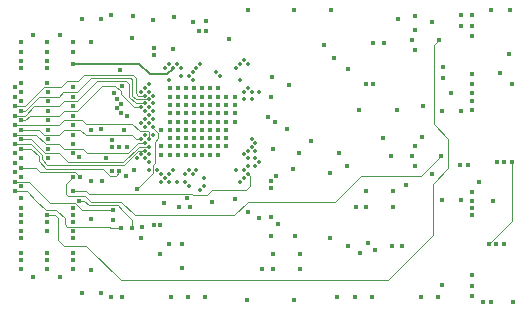
<source format=gbr>
G04 (created by PCBNEW (2013-07-07 BZR 4022)-stable) date 19/11/2015 00:50:24*
%MOIN*%
G04 Gerber Fmt 3.4, Leading zero omitted, Abs format*
%FSLAX34Y34*%
G01*
G70*
G90*
G04 APERTURE LIST*
%ADD10C,0.00590551*%
%ADD11C,0.015748*%
%ADD12C,0.0137795*%
%ADD13C,0.00393701*%
%ADD14C,0.00787402*%
G04 APERTURE END LIST*
G54D10*
G54D11*
X69625Y-48818D03*
X68582Y-48681D03*
X67874Y-48779D03*
X69212Y-48858D03*
X71830Y-50669D03*
X71929Y-52165D03*
X71023Y-55196D03*
X71712Y-52027D03*
X72529Y-53759D03*
X68110Y-55629D03*
X67893Y-55629D03*
X70413Y-49409D03*
X74074Y-53208D03*
X63464Y-55511D03*
X64330Y-55511D03*
X65196Y-55511D03*
X68405Y-56240D03*
X73759Y-53897D03*
X71791Y-55984D03*
X73759Y-56062D03*
X68838Y-56240D03*
X69625Y-49153D03*
X71417Y-55374D03*
X67913Y-49724D03*
X72401Y-50964D03*
X73129Y-52814D03*
X75826Y-56299D03*
X78503Y-50570D03*
X78366Y-53602D03*
X77165Y-53917D03*
X76870Y-51653D03*
X77165Y-48838D03*
X65196Y-55826D03*
X64330Y-55826D03*
X63464Y-55826D03*
G54D12*
X70890Y-53264D03*
X69580Y-54313D03*
X70629Y-53789D03*
X68662Y-50249D03*
X67745Y-52216D03*
G54D11*
X63267Y-53858D03*
X63464Y-51496D03*
G54D12*
X67614Y-51036D03*
G54D11*
X63267Y-51338D03*
G54D12*
X67745Y-51167D03*
G54D11*
X63267Y-51023D03*
G54D12*
X67744Y-51691D03*
G54D11*
X63464Y-52125D03*
G54D12*
X67481Y-51691D03*
G54D11*
X65196Y-51023D03*
X66850Y-50984D03*
G54D12*
X67614Y-51298D03*
G54D11*
X63267Y-51653D03*
X63464Y-51811D03*
G54D12*
X67745Y-51429D03*
G54D11*
X63464Y-51181D03*
G54D12*
X67876Y-51560D03*
G54D11*
X66574Y-51200D03*
X64370Y-51181D03*
X65196Y-51338D03*
X66653Y-51417D03*
G54D12*
X67614Y-51560D03*
G54D11*
X63267Y-51968D03*
X66811Y-51574D03*
X64370Y-51496D03*
X63267Y-53228D03*
G54D12*
X67745Y-53527D03*
G54D11*
X64370Y-53385D03*
G54D12*
X67614Y-53396D03*
G54D11*
X63267Y-52283D03*
G54D12*
X67745Y-52740D03*
G54D11*
X63464Y-52440D03*
G54D12*
X67483Y-52740D03*
X67744Y-53264D03*
G54D11*
X63464Y-53385D03*
G54D12*
X67481Y-53264D03*
G54D11*
X65196Y-53228D03*
X63267Y-52913D03*
G54D12*
X67614Y-53133D03*
G54D11*
X63464Y-53070D03*
X66751Y-53799D03*
X63464Y-52755D03*
G54D12*
X67745Y-53002D03*
G54D11*
X66988Y-53031D03*
X64370Y-53070D03*
X63267Y-52598D03*
G54D12*
X67614Y-52871D03*
G54D11*
X65196Y-52913D03*
X66751Y-53031D03*
X66988Y-51988D03*
X65196Y-51968D03*
X66515Y-52795D03*
X65196Y-52598D03*
X66811Y-51889D03*
X64370Y-51811D03*
X64370Y-52440D03*
G54D12*
X67876Y-52609D03*
G54D11*
X63464Y-54330D03*
X67500Y-55688D03*
X65393Y-54803D03*
X67165Y-55728D03*
X66811Y-55728D03*
X63267Y-54488D03*
X63267Y-54173D03*
X66535Y-55118D03*
X75039Y-56220D03*
X75255Y-56437D03*
X76181Y-56299D03*
X74763Y-56555D03*
X78503Y-51771D03*
X78503Y-51220D03*
X78503Y-51496D03*
X78503Y-50925D03*
X78720Y-54192D03*
X78090Y-53602D03*
X78503Y-54527D03*
X76003Y-51791D03*
X73562Y-49625D03*
X73917Y-50059D03*
X74370Y-50413D03*
X75570Y-49547D03*
X75216Y-49547D03*
X76023Y-48759D03*
X71515Y-57086D03*
X71870Y-57086D03*
X72775Y-57086D03*
X71870Y-56594D03*
X72775Y-56594D03*
X74960Y-54488D03*
X75885Y-54488D03*
X75885Y-55000D03*
X74960Y-55000D03*
X74625Y-55000D03*
X64783Y-57342D03*
X64330Y-50866D03*
X63877Y-57342D03*
X63464Y-56062D03*
X65196Y-55275D03*
X65196Y-56535D03*
X64330Y-56535D03*
X63464Y-56535D03*
X63464Y-57086D03*
X63464Y-56771D03*
X64330Y-57086D03*
X64330Y-56771D03*
X65196Y-56771D03*
X65196Y-57086D03*
X65196Y-56062D03*
X65196Y-55039D03*
X63464Y-55275D03*
X63464Y-55039D03*
X63464Y-54724D03*
X63464Y-50866D03*
X64330Y-50393D03*
X63464Y-50393D03*
X64783Y-49271D03*
X63877Y-49271D03*
X64330Y-50157D03*
X63464Y-50157D03*
X65196Y-49842D03*
X63464Y-49842D03*
X64330Y-49842D03*
X63464Y-49527D03*
X64330Y-49527D03*
X65196Y-49527D03*
X67460Y-56062D03*
X66141Y-52421D03*
X71791Y-55334D03*
X66122Y-57874D03*
X65492Y-57874D03*
X66830Y-58011D03*
X66456Y-58011D03*
X69606Y-58011D03*
X68464Y-58011D03*
X69035Y-58011D03*
X72578Y-58129D03*
X71003Y-58129D03*
X75157Y-58011D03*
X74015Y-58011D03*
X74586Y-58011D03*
X77500Y-57598D03*
X76791Y-58011D03*
X77362Y-58011D03*
X77500Y-54783D03*
X78129Y-54783D03*
X77814Y-51200D03*
X78129Y-51830D03*
X77500Y-51830D03*
X78129Y-48976D03*
X78129Y-48622D03*
X73818Y-48464D03*
X72578Y-48464D03*
X71043Y-48464D03*
X66456Y-48602D03*
X65492Y-48740D03*
X66122Y-48740D03*
X78503Y-49330D03*
X78503Y-48622D03*
X79133Y-48444D03*
X79763Y-48444D03*
X78503Y-48976D03*
X79330Y-53503D03*
X79842Y-50905D03*
X79448Y-50551D03*
X79192Y-54803D03*
X78503Y-54803D03*
X78503Y-55295D03*
X78503Y-55039D03*
X79566Y-56259D03*
X78503Y-57283D03*
X78503Y-57992D03*
X79881Y-58188D03*
X78858Y-58188D03*
X79133Y-58188D03*
X78503Y-57637D03*
X68838Y-57047D03*
X72598Y-55984D03*
X77539Y-50708D03*
X76850Y-52696D03*
X76318Y-54291D03*
X75807Y-53307D03*
X76614Y-52972D03*
X76614Y-53641D03*
X76515Y-53307D03*
X77539Y-50354D03*
X76614Y-49783D03*
X76614Y-48641D03*
X76515Y-49448D03*
X76614Y-49114D03*
X66535Y-55433D03*
X65807Y-49507D03*
X65807Y-57106D03*
X65807Y-55413D03*
X65807Y-54153D03*
X65807Y-52460D03*
X66515Y-53799D03*
X66181Y-54153D03*
X74350Y-53641D03*
X74360Y-56328D03*
X75531Y-52716D03*
X74980Y-50925D03*
X74724Y-51791D03*
X75216Y-50925D03*
X67185Y-49389D03*
X69389Y-49153D03*
X68523Y-49744D03*
X67204Y-48661D03*
G54D12*
X69974Y-50511D03*
G54D11*
X69763Y-51062D03*
X69763Y-51338D03*
X69488Y-51338D03*
X70039Y-51062D03*
X70314Y-51614D03*
X70314Y-52165D03*
X70039Y-52716D03*
X70314Y-52992D03*
X70039Y-52992D03*
X69763Y-52992D03*
X69232Y-52992D03*
X68700Y-52992D03*
X68149Y-52992D03*
X68700Y-52165D03*
X68425Y-51062D03*
X68700Y-51614D03*
X68700Y-51338D03*
X68700Y-51062D03*
X69232Y-51062D03*
X68956Y-51062D03*
X69488Y-51062D03*
X68956Y-51338D03*
X69232Y-51338D03*
X68425Y-51338D03*
X70039Y-51338D03*
X70314Y-51338D03*
X70590Y-51338D03*
X70590Y-51614D03*
X70039Y-51614D03*
X69763Y-51614D03*
X68425Y-51614D03*
X69232Y-51614D03*
X68956Y-51614D03*
X69488Y-51614D03*
X69488Y-52165D03*
X68956Y-52165D03*
X69232Y-52165D03*
X68425Y-52165D03*
X69763Y-52165D03*
X70039Y-52165D03*
X70590Y-52165D03*
X70590Y-51889D03*
X70314Y-51889D03*
X70039Y-51889D03*
X69763Y-51889D03*
X68425Y-51889D03*
X68700Y-51889D03*
X69232Y-51889D03*
X68956Y-51889D03*
X69488Y-51889D03*
X69488Y-52992D03*
X68956Y-52992D03*
X68425Y-52992D03*
X70039Y-53267D03*
X69763Y-53267D03*
X68149Y-53267D03*
X68425Y-53267D03*
X68700Y-53267D03*
X69232Y-53267D03*
X68956Y-53267D03*
X69488Y-53267D03*
X69488Y-52716D03*
X68956Y-52716D03*
X69232Y-52716D03*
X68700Y-52716D03*
X68425Y-52716D03*
X69763Y-52716D03*
X70314Y-52716D03*
X70314Y-52440D03*
X70039Y-52440D03*
X69763Y-52440D03*
X68149Y-52440D03*
X68425Y-52440D03*
X68700Y-52440D03*
X69232Y-52440D03*
X68956Y-52440D03*
X69488Y-52440D03*
X72322Y-52401D03*
X71811Y-51338D03*
G54D12*
X70760Y-54182D03*
G54D11*
X71791Y-54133D03*
G54D12*
X70891Y-53789D03*
G54D11*
X68228Y-54881D03*
G54D12*
X68662Y-54182D03*
X69056Y-54313D03*
G54D11*
X71968Y-53976D03*
X69015Y-54724D03*
X69114Y-55000D03*
X69822Y-54842D03*
X71870Y-53070D03*
G54D12*
X71416Y-53527D03*
X71285Y-53133D03*
X71285Y-52871D03*
X70760Y-50774D03*
X70105Y-50642D03*
X69187Y-50774D03*
X69056Y-50642D03*
X68792Y-50380D03*
X68400Y-50249D03*
G54D11*
X67913Y-49940D03*
G54D12*
X68400Y-53920D03*
X67351Y-53396D03*
X67483Y-51167D03*
X67614Y-51822D03*
X67876Y-52085D03*
G54D11*
X67224Y-53779D03*
G54D12*
X67745Y-51953D03*
G54D11*
X64330Y-55275D03*
X77401Y-49448D03*
X65196Y-54015D03*
X77460Y-53307D03*
X65452Y-54015D03*
X63464Y-53700D03*
X66653Y-51712D03*
X65196Y-51653D03*
X66515Y-53031D03*
X64370Y-52755D03*
G54D12*
X71022Y-50249D03*
G54D11*
X79724Y-49921D03*
G54D12*
X70760Y-50249D03*
X70628Y-50380D03*
X70891Y-50118D03*
X69187Y-50511D03*
X71153Y-51429D03*
X69449Y-54444D03*
X69317Y-50380D03*
X69449Y-50249D03*
X68268Y-50380D03*
X68794Y-50642D03*
G54D11*
X70590Y-54744D03*
G54D12*
X68925Y-53920D03*
X69579Y-54051D03*
X68925Y-54182D03*
G54D11*
X72027Y-55590D03*
G54D12*
X71416Y-51167D03*
X70891Y-51167D03*
X68400Y-50774D03*
X70890Y-54051D03*
X69187Y-53920D03*
G54D11*
X68740Y-55000D03*
X68110Y-56574D03*
G54D12*
X69056Y-53789D03*
G54D11*
X66889Y-52460D03*
X66968Y-53996D03*
G54D12*
X67744Y-50905D03*
X67614Y-52085D03*
X71153Y-51167D03*
X70891Y-51429D03*
X71022Y-51036D03*
X71022Y-53658D03*
X68531Y-53789D03*
X68400Y-54182D03*
X67614Y-52609D03*
G54D11*
X66299Y-53366D03*
X66771Y-50433D03*
G54D12*
X67876Y-51298D03*
X67876Y-51822D03*
X71153Y-52740D03*
X71022Y-53396D03*
X71285Y-53658D03*
X71153Y-53002D03*
X71285Y-53396D03*
G54D11*
X72736Y-53208D03*
G54D12*
X71022Y-53133D03*
X68007Y-53789D03*
X67745Y-53789D03*
G54D11*
X79822Y-53503D03*
G54D12*
X68268Y-54051D03*
G54D11*
X79055Y-56259D03*
X79566Y-53503D03*
G54D12*
X68138Y-54182D03*
G54D11*
X79311Y-56259D03*
X71791Y-54389D03*
G54D12*
X69318Y-53789D03*
G54D11*
X63464Y-54015D03*
G54D12*
X68138Y-53920D03*
X68530Y-50380D03*
G54D11*
X65196Y-50236D03*
X65413Y-53346D03*
G54D12*
X67483Y-52216D03*
G54D11*
X64370Y-52125D03*
G54D12*
X67614Y-52347D03*
G54D11*
X65196Y-52283D03*
X65196Y-54488D03*
G54D12*
X71022Y-53920D03*
G54D11*
X63267Y-53543D03*
X67342Y-54409D03*
G54D12*
X67876Y-52347D03*
G54D13*
X64744Y-51968D02*
X63759Y-51968D01*
X67481Y-51691D02*
X67242Y-51691D01*
X64901Y-51811D02*
X64744Y-51968D01*
X65334Y-51811D02*
X64901Y-51811D01*
X66161Y-50984D02*
X65334Y-51811D01*
X66614Y-50984D02*
X66161Y-50984D01*
X66791Y-51161D02*
X66614Y-50984D01*
X66791Y-51240D02*
X66791Y-51161D01*
X67242Y-51691D02*
X66791Y-51240D01*
X63602Y-52125D02*
X63464Y-52125D01*
X63759Y-51968D02*
X63602Y-52125D01*
X63602Y-51653D02*
X63267Y-51653D01*
X64232Y-51023D02*
X63602Y-51653D01*
X67381Y-51298D02*
X67303Y-51220D01*
X67303Y-51220D02*
X67303Y-50728D01*
X67303Y-50728D02*
X67204Y-50629D01*
X67204Y-50629D02*
X65570Y-50629D01*
X65570Y-50629D02*
X65374Y-50826D01*
X65374Y-50826D02*
X65000Y-50826D01*
X65000Y-50826D02*
X64803Y-51023D01*
X67614Y-51298D02*
X67381Y-51298D01*
X64803Y-51023D02*
X64232Y-51023D01*
X63464Y-51811D02*
X63602Y-51811D01*
X64074Y-51338D02*
X63602Y-51811D01*
X67315Y-51429D02*
X67185Y-51299D01*
X67185Y-51299D02*
X67185Y-50787D01*
X67185Y-50787D02*
X67125Y-50728D01*
X67125Y-50728D02*
X65787Y-50728D01*
X65787Y-50728D02*
X65334Y-51181D01*
X65334Y-51181D02*
X64881Y-51181D01*
X64881Y-51181D02*
X64724Y-51338D01*
X67745Y-51429D02*
X67315Y-51429D01*
X64724Y-51338D02*
X64074Y-51338D01*
X63267Y-51968D02*
X63602Y-51968D01*
X63917Y-51653D02*
X63602Y-51968D01*
X67288Y-51560D02*
X67066Y-51338D01*
X67066Y-51338D02*
X67066Y-50925D01*
X67066Y-50925D02*
X66968Y-50826D01*
X66968Y-50826D02*
X66003Y-50826D01*
X66003Y-50826D02*
X65334Y-51496D01*
X65334Y-51496D02*
X64901Y-51496D01*
X64901Y-51496D02*
X64744Y-51653D01*
X67614Y-51560D02*
X67288Y-51560D01*
X64744Y-51653D02*
X63917Y-51653D01*
X64251Y-52283D02*
X63267Y-52283D01*
X67745Y-52740D02*
X67745Y-52528D01*
X64901Y-52125D02*
X64744Y-52283D01*
X65511Y-52125D02*
X64901Y-52125D01*
X65629Y-52244D02*
X65511Y-52125D01*
X67185Y-52244D02*
X65629Y-52244D01*
X67421Y-52480D02*
X67185Y-52244D01*
X67696Y-52480D02*
X67421Y-52480D01*
X67745Y-52528D02*
X67696Y-52480D01*
X64744Y-52283D02*
X64251Y-52283D01*
X64291Y-52598D02*
X64232Y-52598D01*
X67287Y-52740D02*
X67165Y-52618D01*
X67165Y-52618D02*
X65629Y-52618D01*
X65629Y-52618D02*
X65452Y-52440D01*
X65452Y-52440D02*
X64901Y-52440D01*
X64901Y-52440D02*
X64744Y-52598D01*
X67483Y-52740D02*
X67287Y-52740D01*
X64744Y-52598D02*
X64291Y-52598D01*
X64074Y-52440D02*
X63464Y-52440D01*
X64232Y-52598D02*
X64074Y-52440D01*
X63267Y-52913D02*
X63799Y-52913D01*
X64350Y-53622D02*
X64153Y-53425D01*
X64153Y-53425D02*
X64153Y-53267D01*
X67377Y-53133D02*
X66889Y-53622D01*
X66889Y-53622D02*
X64527Y-53622D01*
X67377Y-53133D02*
X67614Y-53133D01*
X64527Y-53622D02*
X64350Y-53622D01*
X63799Y-52913D02*
X64153Y-53267D01*
X63464Y-53070D02*
X63799Y-53070D01*
X64311Y-53740D02*
X64055Y-53484D01*
X64055Y-53484D02*
X64055Y-53326D01*
X66751Y-53799D02*
X66751Y-53858D01*
X66200Y-53740D02*
X64488Y-53740D01*
X66437Y-53976D02*
X66200Y-53740D01*
X66633Y-53976D02*
X66437Y-53976D01*
X66751Y-53858D02*
X66633Y-53976D01*
X64488Y-53740D02*
X64311Y-53740D01*
X63799Y-53070D02*
X64055Y-53326D01*
X64271Y-53228D02*
X63799Y-52755D01*
X67390Y-53002D02*
X66870Y-53523D01*
X66870Y-53523D02*
X65039Y-53523D01*
X65039Y-53523D02*
X64744Y-53228D01*
X64744Y-53228D02*
X64409Y-53228D01*
X67745Y-53002D02*
X67390Y-53002D01*
X64409Y-53228D02*
X64271Y-53228D01*
X63799Y-52755D02*
X63464Y-52755D01*
X64291Y-52913D02*
X63976Y-52598D01*
X67384Y-52871D02*
X67047Y-53208D01*
X67047Y-53208D02*
X65669Y-53208D01*
X65669Y-53208D02*
X65531Y-53070D01*
X65531Y-53070D02*
X64901Y-53070D01*
X64901Y-53070D02*
X64744Y-52913D01*
X67614Y-52871D02*
X67384Y-52871D01*
X64744Y-52913D02*
X64291Y-52913D01*
X63976Y-52598D02*
X63267Y-52598D01*
X65393Y-54803D02*
X65570Y-54803D01*
X65570Y-54803D02*
X65728Y-54960D01*
X65728Y-54960D02*
X66692Y-54960D01*
X67165Y-55728D02*
X67165Y-55433D01*
X66850Y-55118D02*
X66692Y-54960D01*
X67165Y-55433D02*
X66850Y-55118D01*
X64507Y-55118D02*
X64645Y-55118D01*
X65000Y-55669D02*
X66417Y-55669D01*
X64921Y-55590D02*
X65000Y-55669D01*
X64921Y-55393D02*
X64921Y-55590D01*
X64645Y-55118D02*
X64921Y-55393D01*
X66417Y-55669D02*
X66476Y-55728D01*
X63267Y-54488D02*
X63661Y-54488D01*
X66811Y-55728D02*
X66476Y-55728D01*
X64507Y-55118D02*
X64291Y-55118D01*
X64291Y-55118D02*
X63976Y-54803D01*
X63661Y-54488D02*
X63976Y-54803D01*
X65255Y-54881D02*
X64429Y-54881D01*
X64429Y-54881D02*
X64330Y-54783D01*
X66535Y-55118D02*
X65492Y-55118D01*
X65492Y-55118D02*
X65255Y-54881D01*
X63267Y-54173D02*
X63720Y-54173D01*
X64330Y-54783D02*
X64035Y-54488D01*
X63720Y-54173D02*
X64035Y-54488D01*
X64704Y-55905D02*
X64704Y-56102D01*
X65629Y-56299D02*
X65748Y-56417D01*
X64901Y-56299D02*
X65629Y-56299D01*
X64704Y-56102D02*
X64901Y-56299D01*
X64330Y-55275D02*
X64606Y-55275D01*
X64704Y-55374D02*
X64704Y-55905D01*
X64606Y-55275D02*
X64704Y-55374D01*
X77244Y-49606D02*
X77401Y-49448D01*
X65748Y-56417D02*
X66791Y-57460D01*
X66791Y-57460D02*
X75688Y-57460D01*
X75688Y-57460D02*
X77204Y-55944D01*
X77204Y-55944D02*
X77204Y-54232D01*
X77204Y-54232D02*
X77716Y-53720D01*
X77716Y-53720D02*
X77716Y-52736D01*
X77716Y-52736D02*
X77244Y-52263D01*
X77244Y-52263D02*
X77244Y-49606D01*
X65177Y-54645D02*
X65610Y-54645D01*
X65610Y-54645D02*
X65807Y-54842D01*
X74803Y-53976D02*
X76791Y-53976D01*
X76791Y-53976D02*
X77460Y-53307D01*
X65196Y-54015D02*
X64980Y-54232D01*
X73937Y-54842D02*
X74803Y-53976D01*
X71023Y-54842D02*
X73937Y-54842D01*
X70570Y-55295D02*
X71023Y-54842D01*
X67263Y-55295D02*
X70570Y-55295D01*
X66811Y-54842D02*
X67263Y-55295D01*
X65807Y-54842D02*
X66811Y-54842D01*
X65039Y-54645D02*
X65177Y-54645D01*
X64980Y-54586D02*
X65039Y-54645D01*
X64980Y-54232D02*
X64980Y-54586D01*
X63976Y-53700D02*
X64114Y-53838D01*
X64114Y-53838D02*
X65275Y-53838D01*
X65275Y-53838D02*
X65452Y-54015D01*
X63976Y-53700D02*
X63464Y-53700D01*
X79822Y-53503D02*
X79822Y-55492D01*
X79822Y-55492D02*
X79055Y-56259D01*
G54D14*
X65196Y-50236D02*
X67401Y-50236D01*
X68530Y-50406D02*
X68530Y-50380D01*
X68346Y-50590D02*
X68530Y-50406D01*
X67755Y-50590D02*
X68346Y-50590D01*
X67401Y-50236D02*
X67755Y-50590D01*
G54D13*
X65196Y-54488D02*
X65649Y-54488D01*
X65728Y-54566D02*
X69153Y-54566D01*
X65649Y-54488D02*
X65728Y-54566D01*
X71102Y-54311D02*
X71102Y-53996D01*
X70964Y-54448D02*
X71102Y-54311D01*
X69842Y-54448D02*
X70964Y-54448D01*
X69665Y-54625D02*
X69842Y-54448D01*
X69212Y-54625D02*
X69665Y-54625D01*
X69153Y-54566D02*
X69212Y-54625D01*
X71022Y-53920D02*
X71026Y-53920D01*
X71026Y-53920D02*
X71102Y-53996D01*
X67874Y-53720D02*
X67874Y-53877D01*
X67874Y-53877D02*
X67342Y-54409D01*
X67874Y-53622D02*
X67933Y-53562D01*
X67874Y-53720D02*
X67874Y-53622D01*
X67933Y-53169D02*
X67933Y-52834D01*
X67933Y-53405D02*
X67933Y-53169D01*
X68051Y-52716D02*
X68051Y-52559D01*
X68051Y-52559D02*
X67876Y-52384D01*
X67876Y-52384D02*
X67876Y-52347D01*
X67933Y-53405D02*
X67933Y-53562D01*
X67933Y-52834D02*
X68051Y-52716D01*
M02*

</source>
